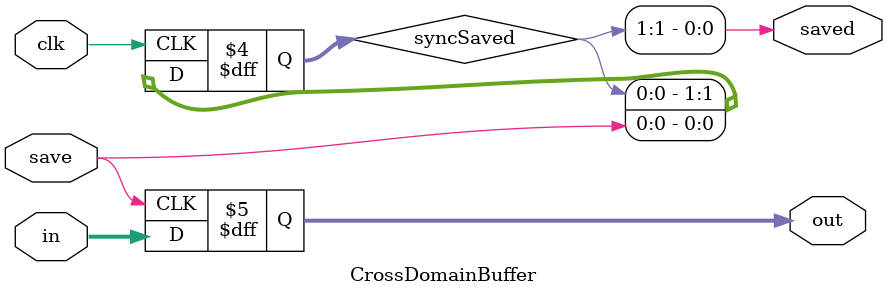
<source format=v>
module CrossDomainBuffer(
   input wire clk,
	input wire [31:0] in,
	input wire save,	
	output reg [31:0] out = 0,
   output wire saved
);

always @(posedge save) 
   begin
      out <= in;      
   end

reg [1:0] syncSaved;
   
always @(posedge clk)
   begin
      syncSaved[0] <= save;
      syncSaved[1] <= syncSaved[0];
   end
 
 assign saved = syncSaved[1];

endmodule

</source>
